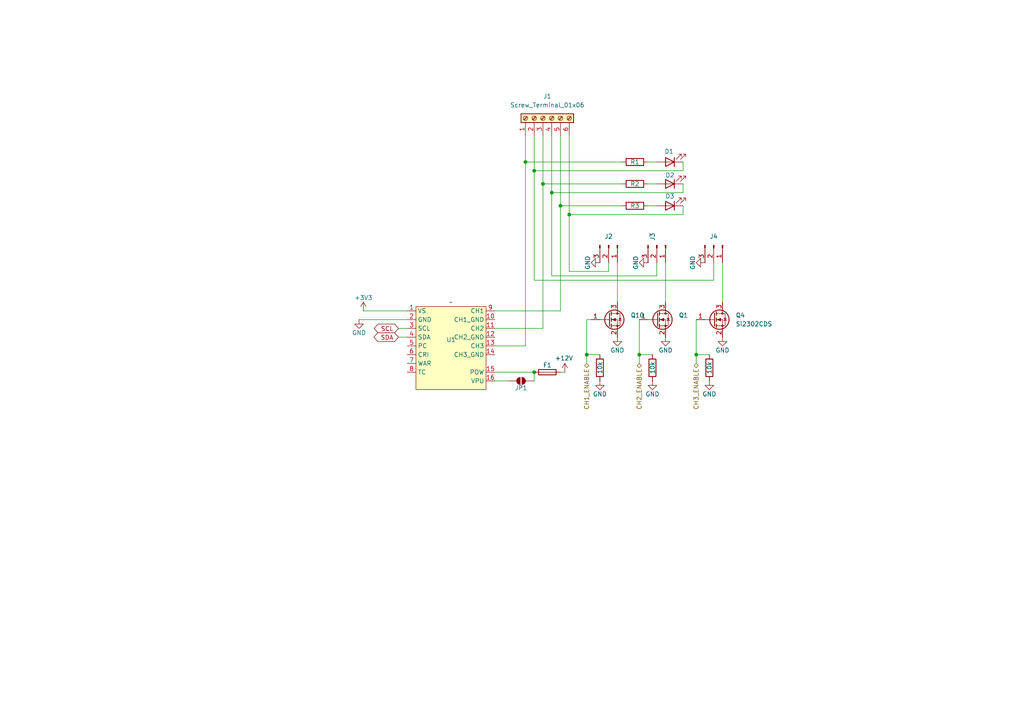
<source format=kicad_sch>
(kicad_sch (version 20250114) (generator "eeschema") (generator_version "9.0")
  (paper "A4")
  (lib_symbols
    (symbol "Connector:Conn_01x03_Pin" (pin_names (offset 1.016) (hide yes))
      (property "Reference" "J" (at 0 5.08 0))
      (property "Value" "Conn_01x03_Pin" (at 0 -5.08 0))
      (symbol "Conn_01x03_Pin_1_1"
        (rectangle (start 0.8636 2.667) (end 0 2.413) (stroke (width 0.1524)) (fill (type outline)))
        (rectangle (start 0.8636 0.127) (end 0 -0.127) (stroke (width 0.1524)) (fill (type outline)))
        (rectangle (start 0.8636 -2.413) (end 0 -2.667) (stroke (width 0.1524)) (fill (type outline)))
        (polyline (pts (xy 1.27 2.54) (xy 0.8636 2.54)) (stroke (width 0.1524)))
        (polyline (pts (xy 1.27 0) (xy 0.8636 0)) (stroke (width 0.1524)))
        (polyline (pts (xy 1.27 -2.54) (xy 0.8636 -2.54)) (stroke (width 0.1524)))
        (pin passive line (at 5.08 2.54 180) (length 3.81) (name "Pin_1") (number "1"))
        (pin passive line (at 5.08 0 180) (length 3.81) (name "Pin_2") (number "2"))
        (pin passive line (at 5.08 -2.54 180) (length 3.81) (name "Pin_3") (number "3"))
      )
    )
    (symbol "Connector:Screw_Terminal_01x06" (pin_names (offset 1.016) (hide yes))
      (property "Reference" "J" (at 0 7.62 0))
      (property "Value" "Screw_Terminal_01x06" (at 0 -10.16 0))
      (symbol "Screw_Terminal_01x06_1_1"
        (rectangle (start -1.27 6.35) (end 1.27 -8.89) (stroke (width 0.254)) (fill (type background)))
        (polyline (pts (xy -0.5334 5.4102) (xy 0.3302 4.572)) (stroke (width 0.1524)))
        (polyline (pts (xy -0.5334 2.8702) (xy 0.3302 2.032)) (stroke (width 0.1524)))
        (polyline (pts (xy -0.5334 0.3302) (xy 0.3302 -0.508)) (stroke (width 0.1524)))
        (polyline (pts (xy -0.5334 -2.2098) (xy 0.3302 -3.048)) (stroke (width 0.1524)))
        (polyline (pts (xy -0.5334 -4.7498) (xy 0.3302 -5.588)) (stroke (width 0.1524)))
        (polyline (pts (xy -0.5334 -7.2898) (xy 0.3302 -8.128)) (stroke (width 0.1524)))
        (polyline (pts (xy -0.3556 5.588) (xy 0.508 4.7498)) (stroke (width 0.1524)))
        (polyline (pts (xy -0.3556 3.048) (xy 0.508 2.2098)) (stroke (width 0.1524)))
        (polyline (pts (xy -0.3556 0.508) (xy 0.508 -0.3302)) (stroke (width 0.1524)))
        (polyline (pts (xy -0.3556 -2.032) (xy 0.508 -2.8702)) (stroke (width 0.1524)))
        (polyline (pts (xy -0.3556 -4.572) (xy 0.508 -5.4102)) (stroke (width 0.1524)))
        (polyline (pts (xy -0.3556 -7.112) (xy 0.508 -7.9502)) (stroke (width 0.1524)))
        (circle (center 0 5.08) (radius 0.635) (stroke (width 0.1524)))
        (circle (center 0 2.54) (radius 0.635) (stroke (width 0.1524)))
        (circle (center 0 0) (radius 0.635) (stroke (width 0.1524)))
        (circle (center 0 -2.54) (radius 0.635) (stroke (width 0.1524)))
        (circle (center 0 -5.08) (radius 0.635) (stroke (width 0.1524)))
        (circle (center 0 -7.62) (radius 0.635) (stroke (width 0.1524)))
        (pin passive line (at -5.08 5.08 0) (length 3.81) (name "Pin_1") (number "1"))
        (pin passive line (at -5.08 2.54 0) (length 3.81) (name "Pin_2") (number "2"))
        (pin passive line (at -5.08 0 0) (length 3.81) (name "Pin_3") (number "3"))
        (pin passive line (at -5.08 -2.54 0) (length 3.81) (name "Pin_4") (number "4"))
        (pin passive line (at -5.08 -5.08 0) (length 3.81) (name "Pin_5") (number "5"))
        (pin passive line (at -5.08 -7.62 0) (length 3.81) (name "Pin_6") (number "6"))
      )
    )
    (symbol "Device:Fuse" (pin_numbers (hide yes)) (pin_names (offset 0))
      (property "Reference" "F" (at 2.032 0 90))
      (property "Value" "Fuse" (at -1.905 0 90))
      (symbol "Fuse_0_1"
        (rectangle (start -0.762 -2.54) (end 0.762 2.54) (stroke (width 0.254)))
        (polyline (pts (xy 0 2.54) (xy 0 -2.54)))
      )
      (symbol "Fuse_1_1"
        (pin passive line (at 0 3.81 270) (length 1.27) (name "~") (number "1"))
        (pin passive line (at 0 -3.81 90) (length 1.27) (name "~") (number "2"))
      )
    )
    (symbol "Device:LED" (pin_numbers (hide yes)) (pin_names (offset 1.016) (hide yes))
      (property "Reference" "D" (at 0 2.54 0))
      (property "Value" "LED" (at 0 -2.54 0))
      (symbol "LED_0_1"
        (polyline (pts (xy -3.048 -0.762) (xy -4.572 -2.286) (xy -3.81 -2.286) (xy -4.572 -2.286) (xy -4.572 -1.524)))
        (polyline (pts (xy -1.778 -0.762) (xy -3.302 -2.286) (xy -2.54 -2.286) (xy -3.302 -2.286) (xy -3.302 -1.524)))
        (polyline (pts (xy -1.27 0) (xy 1.27 0)))
        (polyline (pts (xy -1.27 -1.27) (xy -1.27 1.27)) (stroke (width 0.254)))
        (polyline (pts (xy 1.27 -1.27) (xy 1.27 1.27) (xy -1.27 0) (xy 1.27 -1.27)) (stroke (width 0.254)))
      )
      (symbol "LED_1_1"
        (pin passive line (at -3.81 0 0) (length 2.54) (name "K") (number "1"))
        (pin passive line (at 3.81 0 180) (length 2.54) (name "A") (number "2"))
      )
    )
    (symbol "Device:R" (pin_numbers (hide yes)) (pin_names (offset 0))
      (property "Reference" "R" (at 2.032 0 90))
      (property "Value" "R" (at 0 0 90))
      (symbol "R_0_1"
        (rectangle (start -1.016 -2.54) (end 1.016 2.54) (stroke (width 0.254)))
      )
      (symbol "R_1_1"
        (pin passive line (at 0 3.81 270) (length 1.27) (name "~") (number "1"))
        (pin passive line (at 0 -3.81 90) (length 1.27) (name "~") (number "2"))
      )
    )
    (symbol "Jumper:SolderJumper_2_Open" (pin_numbers (hide yes)) (pin_names (offset 0) (hide yes)) (in_bom no)
      (property "Reference" "JP" (at 0 2.032 0))
      (property "Value" "SolderJumper_2_Open" (at 0 -2.54 0))
      (symbol "SolderJumper_2_Open_0_1"
        (polyline (pts (xy -0.254 1.016) (xy -0.254 -1.016)))
        (arc (start -0.254 -1.016) (mid -1.2656 0) (end -0.254 1.016))
        (arc (start -0.254 -1.016) (mid -1.2656 0) (end -0.254 1.016) (fill (type outline)))
        (arc (start 0.254 1.016) (mid 1.2656 0) (end 0.254 -1.016))
        (arc (start 0.254 1.016) (mid 1.2656 0) (end 0.254 -1.016) (fill (type outline)))
        (polyline (pts (xy 0.254 1.016) (xy 0.254 -1.016)))
      )
      (symbol "SolderJumper_2_Open_1_1"
        (pin passive line (at -3.81 0 0) (length 2.54) (name "A") (number "1"))
        (pin passive line (at 3.81 0 180) (length 2.54) (name "B") (number "2"))
      )
    )
    (symbol "Transistor_FET:BSS138" (pin_names (offset 0) (hide yes))
      (property "Reference" "Q" (at 5.08 1.905 0))
      (property "Value" "BSS138" (at 5.08 0 0))
      (symbol "BSS138_0_1"
        (polyline (pts (xy 0.254 1.905) (xy 0.254 -1.905)) (stroke (width 0.254)))
        (polyline (pts (xy 0.254 0) (xy -2.54 0)))
        (polyline (pts (xy 0.762 2.286) (xy 0.762 1.27)) (stroke (width 0.254)))
        (polyline (pts (xy 0.762 0.508) (xy 0.762 -0.508)) (stroke (width 0.254)))
        (polyline (pts (xy 0.762 -1.27) (xy 0.762 -2.286)) (stroke (width 0.254)))
        (polyline (pts (xy 0.762 -1.778) (xy 3.302 -1.778) (xy 3.302 1.778) (xy 0.762 1.778)))
        (polyline (pts (xy 1.016 0) (xy 2.032 0.381) (xy 2.032 -0.381) (xy 1.016 0)) (fill (type outline)))
        (circle (center 1.651 0) (radius 2.794) (stroke (width 0.254)))
        (polyline (pts (xy 2.54 2.54) (xy 2.54 1.778)))
        (circle (center 2.54 1.778) (radius 0.254) (fill (type outline)))
        (circle (center 2.54 -1.778) (radius 0.254) (fill (type outline)))
        (polyline (pts (xy 2.54 -2.54) (xy 2.54 0) (xy 0.762 0)))
        (polyline (pts (xy 2.921 0.381) (xy 3.683 0.381)))
        (polyline (pts (xy 3.302 0.381) (xy 2.921 -0.254) (xy 3.683 -0.254) (xy 3.302 0.381)))
      )
      (symbol "BSS138_1_1"
        (pin input line (at -5.08 0 0) (length 2.54) (name "G") (number "1"))
        (pin passive line (at 2.54 5.08 270) (length 2.54) (name "D") (number "3"))
        (pin passive line (at 2.54 -5.08 90) (length 2.54) (name "S") (number "2"))
      )
    )
    (symbol "custom_symbols:INA3221_Module"
      (property "Reference" "U1" (at 0 -4.064 0))
      (symbol "INA3221_Module_1_1"
        (rectangle (start -10.16 15.24) (end 10.16 -8.89) (fill (type background)))
        (pin input line (at -12.7 13.97 0) (length 2.54) (name "VS") (number "1"))
        (pin input line (at -12.7 11.43 0) (length 2.54) (name "GND") (number "2"))
        (pin bidirectional line (at -12.7 8.89 0) (length 2.54) (name "SCL") (number "3"))
        (pin bidirectional line (at -12.7 6.35 0) (length 2.54) (name "SDA") (number "4"))
        (pin output line (at -12.7 3.81 0) (length 2.54) (name "PC") (number "5"))
        (pin output line (at -12.7 1.27 0) (length 2.54) (name "CRI") (number "6"))
        (pin output line (at -12.7 -1.27 0) (length 2.54) (name "WAR") (number "7"))
        (pin output line (at -12.7 -3.81 0) (length 2.54) (name "TC") (number "8"))
        (pin output line (at 12.7 13.97 180) (length 2.54) (name "CH1") (number "9"))
        (pin output line (at 12.7 11.43 180) (length 2.54) (name "CH1_GND") (number "10"))
        (pin output line (at 12.7 8.89 180) (length 2.54) (name "CH2") (number "11"))
        (pin output line (at 12.7 6.35 180) (length 2.54) (name "CH2_GND") (number "12"))
        (pin output line (at 12.7 3.81 180) (length 2.54) (name "CH3") (number "13"))
        (pin output line (at 12.7 1.27 180) (length 2.54) (name "CH3_GND") (number "14"))
        (pin input line (at 12.7 -3.81 180) (length 2.54) (name "POW") (number "15"))
        (pin input line (at 12.7 -6.35 180) (length 2.54) (name "VPU") (number "16"))
      )
    )
    (symbol "power:+12V" (power) (pin_numbers (hide yes)) (pin_names (offset 0) (hide yes))
      (property "Value" "+12V" (at 0 3.556 0))
      (symbol "+12V_0_1"
        (polyline (pts (xy -0.762 1.27) (xy 0 2.54)))
        (polyline (pts (xy 0 2.54) (xy 0.762 1.27)))
        (polyline (pts (xy 0 0) (xy 0 2.54)))
      )
      (symbol "+12V_1_1"
        (pin power_in line (at 0 0 90) (length 0) (name "~") (number "1"))
      )
    )
    (symbol "power:+3V3" (power) (pin_numbers (hide yes)) (pin_names (offset 0) (hide yes))
      (property "Value" "+3V3" (at 0 3.556 0))
      (symbol "+3V3_0_1"
        (polyline (pts (xy -0.762 1.27) (xy 0 2.54)))
        (polyline (pts (xy 0 2.54) (xy 0.762 1.27)))
        (polyline (pts (xy 0 0) (xy 0 2.54)))
      )
      (symbol "+3V3_1_1"
        (pin power_in line (at 0 0 90) (length 0) (name "~") (number "1"))
      )
    )
    (symbol "power:GND" (power) (pin_numbers (hide yes)) (pin_names (offset 0) (hide yes))
      (property "Value" "GND" (at 0 -3.81 0))
      (symbol "GND_0_1"
        (polyline (pts (xy 0 0) (xy 0 -1.27) (xy 1.27 -1.27) (xy 0 -2.54) (xy -1.27 -1.27) (xy 0 -1.27)))
      )
      (symbol "GND_1_1"
        (pin power_in line (at 0 0 270) (length 0) (name "~") (number "1"))
      )
    )
  )
  (junction (at 154.94 49.53))
  (junction (at 152.4 46.99))
  (junction (at 170.18 102.87))
  (junction (at 157.48 53.34))
  (junction (at 162.56 59.69))
  (junction (at 160.02 55.88))
  (junction (at 201.93 102.87))
  (junction (at 165.1 62.23))
  (junction (at 185.42 102.87))
  (junction (at 154.94 107.95))
  (wire (pts (xy 190.5 76.2) (xy 190.5 80.01)))
  (wire (pts (xy 187.96 53.34) (xy 190.5 53.34)))
  (wire (pts (xy 190.5 80.01) (xy 160.02 80.01)))
  (wire (pts (xy 143.51 107.95) (xy 154.94 107.95)))
  (wire (pts (xy 115.57 95.25) (xy 118.11 95.25)))
  (wire (pts (xy 143.51 90.17) (xy 162.56 90.17)))
  (wire (pts (xy 185.42 92.71) (xy 185.42 102.87)))
  (wire (pts (xy 185.42 102.87) (xy 185.42 105.41)))
  (wire (pts (xy 193.04 76.2) (xy 193.04 87.63)))
  (wire (pts (xy 163.83 107.95) (xy 162.56 107.95)))
  (wire (pts (xy 170.18 92.71) (xy 171.45 92.71)))
  (wire (pts (xy 154.94 39.37) (xy 154.94 49.53)))
  (wire (pts (xy 201.93 92.71) (xy 201.93 102.87)))
  (wire (pts (xy 152.4 46.99) (xy 180.34 46.99)))
  (wire (pts (xy 201.93 102.87) (xy 205.74 102.87)))
  (wire (pts (xy 187.96 59.69) (xy 190.5 59.69)))
  (wire (pts (xy 198.12 46.99) (xy 198.12 49.53)))
  (wire (pts (xy 162.56 59.69) (xy 162.56 90.17)))
  (wire (pts (xy 165.1 62.23) (xy 165.1 78.74)))
  (wire (pts (xy 105.41 90.17) (xy 118.11 90.17)))
  (wire (pts (xy 143.51 95.25) (xy 157.48 95.25)))
  (wire (pts (xy 154.94 49.53) (xy 198.12 49.53)))
  (wire (pts (xy 185.42 102.87) (xy 189.23 102.87)))
  (wire (pts (xy 152.4 100.33) (xy 143.51 100.33)))
  (wire (pts (xy 179.07 76.2) (xy 179.07 87.63)))
  (wire (pts (xy 160.02 55.88) (xy 160.02 39.37)))
  (wire (pts (xy 152.4 46.99) (xy 152.4 100.33)))
  (wire (pts (xy 187.96 46.99) (xy 190.5 46.99)))
  (wire (pts (xy 162.56 39.37) (xy 162.56 59.69)))
  (wire (pts (xy 162.56 59.69) (xy 180.34 59.69)))
  (wire (pts (xy 207.01 81.28) (xy 154.94 81.28)))
  (wire (pts (xy 157.48 53.34) (xy 180.34 53.34)))
  (wire (pts (xy 198.12 62.23) (xy 165.1 62.23)))
  (wire (pts (xy 198.12 55.88) (xy 160.02 55.88)))
  (wire (pts (xy 157.48 39.37) (xy 157.48 53.34)))
  (wire (pts (xy 154.94 49.53) (xy 154.94 81.28)))
  (wire (pts (xy 160.02 80.01) (xy 160.02 55.88)))
  (wire (pts (xy 198.12 53.34) (xy 198.12 55.88)))
  (wire (pts (xy 143.51 110.49) (xy 147.32 110.49)))
  (wire (pts (xy 176.53 78.74) (xy 165.1 78.74)))
  (wire (pts (xy 170.18 102.87) (xy 173.99 102.87)))
  (wire (pts (xy 176.53 76.2) (xy 176.53 78.74)))
  (wire (pts (xy 115.57 97.79) (xy 118.11 97.79)))
  (wire (pts (xy 157.48 53.34) (xy 157.48 95.25)))
  (wire (pts (xy 201.93 102.87) (xy 201.93 105.41)))
  (wire (pts (xy 207.01 76.2) (xy 207.01 81.28)))
  (wire (pts (xy 165.1 39.37) (xy 165.1 62.23)))
  (wire (pts (xy 152.4 39.37) (xy 152.4 46.99)))
  (wire (pts (xy 198.12 59.69) (xy 198.12 62.23)))
  (wire (pts (xy 154.94 110.49) (xy 154.94 107.95)))
  (wire (pts (xy 170.18 102.87) (xy 170.18 92.71)))
  (wire (pts (xy 209.55 76.2) (xy 209.55 87.63)))
  (wire (pts (xy 170.18 102.87) (xy 170.18 105.41)))
  (wire (pts (xy 104.14 92.71) (xy 118.11 92.71)))
  (global_label "SCL" (shape bidirectional) (at 115.57 95.25 180) (property "Intersheetrefs" "${INTERSHEET_REFS}" (effects (hide yes))))
  (global_label "SDA" (shape bidirectional) (at 115.57 97.79 180) (property "Intersheetrefs" "${INTERSHEET_REFS}" (effects (hide yes))))
  (hierarchical_label "CH3_ENABLE" (shape bidirectional) (at 201.93 105.41 270))
  (hierarchical_label "CH2_ENABLE" (shape bidirectional) (at 185.42 105.41 270))
  (hierarchical_label "CH1_ENABLE" (shape bidirectional) (at 170.18 105.41 270))
  (symbol (lib_id "power:GND") (at 173.99 76.2 270) (unit 1)
    (property "Reference" "#PWR08" (effects (hide yes)))
    (property "Value" "GND" (at 170.434 76.2 0))
    (property "Description" "Power symbol creates a global label with name \"GND\" , ground" (effects (hide yes)))
    (instances (project "PowerMon" (path "" (reference "#PWR08") (unit 1)) (path "" (reference "#PWR022") (unit 1)) (path "" (reference "#PWR013") (unit 1))))
  )
  (symbol (lib_id "power:GND") (at 179.07 97.79 0) (unit 1)
    (property "Reference" "#PWR04" (effects (hide yes)))
    (property "Value" "GND" (at 179.07 101.6 0))
    (property "Description" "Power symbol creates a global label with name \"GND\" , ground" (effects (hide yes)))
    (instances (project "PowerMon" (path "" (reference "#PWR04") (unit 1)) (path "" (reference "#PWR023") (unit 1)) (path "" (reference "#PWR014") (unit 1))))
  )
  (symbol (lib_id "custom_symbols:INA3221_Module") (at 130.81 104.14 0) (unit 1)
    (property "Reference" "U1" (at 130.81 98.552 0))
    (property "Value" "~" (at 130.81 87.63 0))
    (property "Footprint" "custom_footprints:INA3221_Module" (effects (hide yes)))
    (instances (project "PowerMon" (path "" (reference "U1") (unit 1)) (path "" (reference "U3") (unit 1)) (path "" (reference "U2") (unit 1))))
  )
  (symbol (lib_id "power:GND") (at 187.96 76.2 270) (unit 1)
    (property "Reference" "#PWR09" (effects (hide yes)))
    (property "Value" "GND" (at 184.404 76.2 0))
    (property "Description" "Power symbol creates a global label with name \"GND\" , ground" (effects (hide yes)))
    (instances (project "PowerMon" (path "" (reference "#PWR09") (unit 1)) (path "" (reference "#PWR024") (unit 1)) (path "" (reference "#PWR015") (unit 1))))
  )
  (symbol (lib_id "Device:R") (at 184.15 59.69 90) (unit 1)
    (property "Reference" "R3" (at 184.15 59.69 90))
    (property "Value" "R" (effects (hide yes)))
    (property "Footprint" "Resistor_SMD:R_0805_2012Metric_Pad1.20x1.40mm_HandSolder" (effects (hide yes)))
    (property "Description" "Resistor" (effects (hide yes)))
    (instances (project "PowerMon" (path "" (reference "R3") (unit 1)) (path "" (reference "R9") (unit 1)) (path "" (reference "R6") (unit 1))))
  )
  (symbol (lib_id "power:+12V") (at 163.83 107.95 0) (unit 1)
    (property "Reference" "#PWR0101" (effects (hide yes)))
    (property "Value" "+12V" (at 163.576 103.886 0))
    (property "Description" "Power symbol creates a global label with name \"+12V\"" (effects (hide yes)))
    (instances (project "PowerMon" (path "" (reference "#PWR0101") (unit 1)) (path "" (reference "#PWR0103") (unit 1)) (path "" (reference "#PWR0102") (unit 1))))
  )
  (symbol (lib_id "power:GND") (at 209.55 97.79 0) (unit 1)
    (property "Reference" "#PWR06" (effects (hide yes)))
    (property "Value" "GND" (at 209.55 101.6 0))
    (property "Description" "Power symbol creates a global label with name \"GND\" , ground" (effects (hide yes)))
    (instances (project "PowerMon" (path "" (reference "#PWR06") (unit 1)) (path "" (reference "#PWR027") (unit 1)) (path "" (reference "#PWR018") (unit 1))))
  )
  (symbol (lib_id "Device:R") (at 173.99 106.68 180) (unit 1)
    (property "Reference" "R13" (effects (hide yes)))
    (property "Value" "10k" (at 173.99 106.68 90))
    (property "Footprint" "Resistor_SMD:R_0805_2012Metric_Pad1.20x1.40mm_HandSolder" (effects (hide yes)))
    (property "Description" "Resistor" (effects (hide yes)))
    (instances (project "PowerMon" (path "" (reference "R13") (unit 1)) (path "" (reference "R15") (unit 1)) (path "" (reference "R14") (unit 1))))
  )
  (symbol (lib_id "Device:LED") (at 194.31 59.69 180) (unit 1)
    (property "Reference" "D3" (at 194.31 56.896 0))
    (property "Value" "LED" (effects (hide yes)))
    (property "Footprint" "LED_THT:LED_D3.0mm" (effects (hide yes)))
    (property "Description" "Light emitting diode" (effects (hide yes)))
    (property "Sim.Pins" "1=K 2=A" (effects (hide yes)))
    (instances (project "PowerMon" (path "" (reference "D3") (unit 1)) (path "" (reference "D9") (unit 1)) (path "" (reference "D6") (unit 1))))
  )
  (symbol (lib_id "Transistor_FET:BSS138") (at 176.53 92.71 0) (unit 1)
    (property "Reference" "Q10" (at 182.88 91.4399 0) (effects (justify left)))
    (property "Value" "Si2302CDS" (effects (hide yes)))
    (property "Footprint" "Package_TO_SOT_SMD:SOT-23" (effects (hide yes)))
    (property "Datasheet" "https://www.onsemi.com/pub/Collateral/BSS138-D.PDF" (effects (hide yes)))
    (property "Description" "50V Vds, 0.22A Id, N-Channel MOSFET, SOT-23" (effects (hide yes)))
    (instances (project "PowerMon" (path "" (reference "Q10") (unit 1)) (path "" (reference "Q12") (unit 1)) (path "" (reference "Q11") (unit 1))))
  )
  (symbol (lib_id "Transistor_FET:BSS138") (at 207.01 92.71 0) (unit 1)
    (property "Reference" "Q4" (at 213.36 91.4399 0) (effects (justify left)))
    (property "Value" "Si2302CDS" (at 213.36 93.9799 0) (effects (justify left)))
    (property "Footprint" "Package_TO_SOT_SMD:SOT-23" (effects (hide yes)))
    (property "Datasheet" "https://www.onsemi.com/pub/Collateral/BSS138-D.PDF" (effects (hide yes)))
    (property "Description" "50V Vds, 0.22A Id, N-Channel MOSFET, SOT-23" (effects (hide yes)))
    (instances (project "PowerMon" (path "" (reference "Q4") (unit 1)) (path "" (reference "Q6") (unit 1)) (path "" (reference "Q5") (unit 1))))
  )
  (symbol (lib_id "power:GND") (at 173.99 110.49 0) (unit 1)
    (property "Reference" "#PWR044" (effects (hide yes)))
    (property "Value" "GND" (at 173.99 114.3 0))
    (property "Description" "Power symbol creates a global label with name \"GND\" , ground" (effects (hide yes)))
    (instances (project "PowerMon" (path "" (reference "#PWR044") (unit 1)) (path "" (reference "#PWR046") (unit 1)) (path "" (reference "#PWR045") (unit 1))))
  )
  (symbol (lib_id "Device:Fuse") (at 158.75 107.95 90) (unit 1)
    (property "Reference" "F1" (at 158.75 105.918 90))
    (property "Value" "Fuse" (effects (hide yes)))
    (property "Footprint" "custom_footprints:Fuse Holder 15mm pin distance 5x20" (effects (hide yes)))
    (property "Description" "Fuse" (effects (hide yes)))
    (instances (project "PowerMon" (path "" (reference "F1") (unit 1)) (path "" (reference "F3") (unit 1)) (path "" (reference "F2") (unit 1))))
  )
  (symbol (lib_id "power:GND") (at 189.23 110.49 0) (unit 1)
    (property "Reference" "#PWR048" (effects (hide yes)))
    (property "Value" "GND" (at 189.23 114.3 0))
    (property "Description" "Power symbol creates a global label with name \"GND\" , ground" (effects (hide yes)))
    (instances (project "PowerMon" (path "" (reference "#PWR048") (unit 1)) (path "" (reference "#PWR050") (unit 1)) (path "" (reference "#PWR049") (unit 1))))
  )
  (symbol (lib_id "Device:R") (at 184.15 46.99 90) (unit 1)
    (property "Reference" "R1" (at 184.15 46.99 90))
    (property "Value" "R" (effects (hide yes)))
    (property "Footprint" "Resistor_SMD:R_0805_2012Metric_Pad1.20x1.40mm_HandSolder" (effects (hide yes)))
    (property "Description" "Resistor" (effects (hide yes)))
    (instances (project "PowerMon" (path "" (reference "R1") (unit 1)) (path "" (reference "R7") (unit 1)) (path "" (reference "R4") (unit 1))))
  )
  (symbol (lib_id "Connector:Conn_01x03_Pin") (at 190.5 71.12 270) (unit 1)
    (property "Reference" "J3" (at 189.2299 69.85 0) (effects (justify right)))
    (property "Value" "Conn_01x03_Pin" (effects (hide yes)))
    (property "Footprint" "Connector_PinHeader_2.54mm:PinHeader_1x03_P2.54mm_Vertical" (effects (hide yes)))
    (property "Description" "Generic connector, single row, 01x03, script generated" (effects (hide yes)))
    (instances (project "PowerMon" (path "" (reference "J3") (unit 1)) (path "" (reference "J11") (unit 1)) (path "" (reference "J7") (unit 1))))
  )
  (symbol (lib_id "Device:LED") (at 194.31 53.34 180) (unit 1)
    (property "Reference" "D2" (at 194.31 50.8 0))
    (property "Value" "LED" (effects (hide yes)))
    (property "Footprint" "LED_THT:LED_D3.0mm" (effects (hide yes)))
    (property "Description" "Light emitting diode" (effects (hide yes)))
    (property "Sim.Pins" "1=K 2=A" (effects (hide yes)))
    (instances (project "PowerMon" (path "" (reference "D2") (unit 1)) (path "" (reference "D8") (unit 1)) (path "" (reference "D5") (unit 1))))
  )
  (symbol (lib_id "Transistor_FET:BSS138") (at 190.5 92.71 0) (unit 1)
    (property "Reference" "Q1" (at 196.85 91.4399 0) (effects (justify left)))
    (property "Value" "Si2302CDS" (effects (hide yes)))
    (property "Footprint" "Package_TO_SOT_SMD:SOT-23" (effects (hide yes)))
    (property "Datasheet" "https://www.onsemi.com/pub/Collateral/BSS138-D.PDF" (effects (hide yes)))
    (property "Description" "50V Vds, 0.22A Id, N-Channel MOSFET, SOT-23" (effects (hide yes)))
    (instances (project "PowerMon" (path "" (reference "Q1") (unit 1)) (path "" (reference "Q3") (unit 1)) (path "" (reference "Q2") (unit 1))))
  )
  (symbol (lib_id "Jumper:SolderJumper_2_Open") (at 151.13 110.49 0) (unit 1) (in_bom no)
    (property "Reference" "JP1" (at 151.13 112.522 0))
    (property "Value" "SolderJumper_2_Open" (effects (hide yes)))
    (property "Footprint" "Jumper:SolderJumper-2_P1.3mm_Open_RoundedPad1.0x1.5mm" (effects (hide yes)))
    (property "Description" "Solder Jumper, 2-pole, open" (effects (hide yes)))
    (instances (project "PowerMon" (path "" (reference "JP1") (unit 1)) (path "" (reference "JP3") (unit 1)) (path "" (reference "JP2") (unit 1))))
  )
  (symbol (lib_id "Connector:Conn_01x03_Pin") (at 176.53 71.12 270) (unit 1)
    (property "Reference" "J2" (at 176.53 68.58 90))
    (property "Value" "Conn_01x03_Pin" (effects (hide yes)))
    (property "Footprint" "Connector_PinHeader_2.54mm:PinHeader_1x03_P2.54mm_Vertical" (effects (hide yes)))
    (property "Description" "Generic connector, single row, 01x03, script generated" (effects (hide yes)))
    (instances (project "PowerMon" (path "" (reference "J2") (unit 1)) (path "" (reference "J10") (unit 1)) (path "" (reference "J6") (unit 1))))
  )
  (symbol (lib_id "Device:R") (at 189.23 106.68 180) (unit 1)
    (property "Reference" "R18" (effects (hide yes)))
    (property "Value" "10k" (at 189.23 106.68 90))
    (property "Footprint" "Resistor_SMD:R_0805_2012Metric_Pad1.20x1.40mm_HandSolder" (effects (hide yes)))
    (property "Description" "Resistor" (effects (hide yes)))
    (instances (project "PowerMon" (path "" (reference "R18") (unit 1)) (path "" (reference "R21") (unit 1)) (path "" (reference "R19") (unit 1))))
  )
  (symbol (lib_id "power:+3V3") (at 105.41 90.17 0) (unit 1)
    (property "Reference" "#PWR01" (effects (hide yes)))
    (property "Value" "+3V3" (at 105.41 86.36 0))
    (property "Description" "Power symbol creates a global label with name \"+3V3\"" (effects (hide yes)))
    (instances (project "PowerMon" (path "" (reference "#PWR01") (unit 1)) (path "" (reference "#PWR019") (unit 1)) (path "" (reference "#PWR03") (unit 1))))
  )
  (symbol (lib_id "power:GND") (at 205.74 110.49 0) (unit 1)
    (property "Reference" "#PWR052" (effects (hide yes)))
    (property "Value" "GND" (at 205.74 114.3 0))
    (property "Description" "Power symbol creates a global label with name \"GND\" , ground" (effects (hide yes)))
    (instances (project "PowerMon" (path "" (reference "#PWR052") (unit 1)) (path "" (reference "#PWR054") (unit 1)) (path "" (reference "#PWR053") (unit 1))))
  )
  (symbol (lib_id "Connector:Conn_01x03_Pin") (at 207.01 71.12 270) (unit 1)
    (property "Reference" "J4" (at 207.01 68.58 90))
    (property "Value" "Conn_01x03_Pin" (effects (hide yes)))
    (property "Footprint" "Connector_PinHeader_2.54mm:PinHeader_1x03_P2.54mm_Vertical" (effects (hide yes)))
    (property "Description" "Generic connector, single row, 01x03, script generated" (effects (hide yes)))
    (instances (project "PowerMon" (path "" (reference "J4") (unit 1)) (path "" (reference "J12") (unit 1)) (path "" (reference "J8") (unit 1))))
  )
  (symbol (lib_id "Device:R") (at 205.74 106.68 180) (unit 1)
    (property "Reference" "R23" (effects (hide yes)))
    (property "Value" "10k" (at 205.74 106.68 90))
    (property "Footprint" "Resistor_SMD:R_0805_2012Metric_Pad1.20x1.40mm_HandSolder" (effects (hide yes)))
    (property "Description" "Resistor" (effects (hide yes)))
    (instances (project "PowerMon" (path "" (reference "R23") (unit 1)) (path "" (reference "R25") (unit 1)) (path "" (reference "R24") (unit 1))))
  )
  (symbol (lib_id "Connector:Screw_Terminal_01x06") (at 157.48 34.29 90) (unit 1)
    (property "Reference" "J1" (at 158.75 27.94 90))
    (property "Value" "Screw_Terminal_01x06" (at 158.75 30.48 90))
    (property "Footprint" "TerminalBlock_Phoenix:TerminalBlock_Phoenix_MKDS-3-6-5.08_1x06_P5.08mm_Horizontal" (effects (hide yes)))
    (property "Description" "Generic screw terminal, single row, 01x06, script generated (kicad-library-utils/schlib/autogen/connector/)" (effects (hide yes)))
    (instances (project "PowerMon" (path "" (reference "J1") (unit 1)) (path "" (reference "J9") (unit 1)) (path "" (reference "J5") (unit 1))))
  )
  (symbol (lib_id "Device:R") (at 184.15 53.34 90) (unit 1)
    (property "Reference" "R2" (at 184.15 53.34 90))
    (property "Value" "R" (effects (hide yes)))
    (property "Footprint" "Resistor_SMD:R_0805_2012Metric_Pad1.20x1.40mm_HandSolder" (effects (hide yes)))
    (property "Description" "Resistor" (effects (hide yes)))
    (instances (project "PowerMon" (path "" (reference "R2") (unit 1)) (path "" (reference "R8") (unit 1)) (path "" (reference "R5") (unit 1))))
  )
  (symbol (lib_id "power:GND") (at 193.04 97.79 0) (unit 1)
    (property "Reference" "#PWR05" (effects (hide yes)))
    (property "Value" "GND" (at 193.04 101.6 0))
    (property "Description" "Power symbol creates a global label with name \"GND\" , ground" (effects (hide yes)))
    (instances (project "PowerMon" (path "" (reference "#PWR05") (unit 1)) (path "" (reference "#PWR025") (unit 1)) (path "" (reference "#PWR016") (unit 1))))
  )
  (symbol (lib_id "power:GND") (at 104.14 92.71 0) (unit 1)
    (property "Reference" "#PWR02" (effects (hide yes)))
    (property "Value" "GND" (at 104.14 96.52 0))
    (property "Description" "Power symbol creates a global label with name \"GND\" , ground" (effects (hide yes)))
    (instances (project "PowerMon" (path "" (reference "#PWR02") (unit 1)) (path "" (reference "#PWR020") (unit 1)) (path "" (reference "#PWR011") (unit 1))))
  )
  (symbol (lib_id "Device:LED") (at 194.31 46.99 180) (unit 1)
    (property "Reference" "D1" (at 194.056 43.942 0))
    (property "Value" "LED" (effects (hide yes)))
    (property "Footprint" "LED_THT:LED_D3.0mm" (effects (hide yes)))
    (property "Description" "Light emitting diode" (effects (hide yes)))
    (property "Sim.Pins" "1=K 2=A" (effects (hide yes)))
    (instances (project "PowerMon" (path "" (reference "D1") (unit 1)) (path "" (reference "D7") (unit 1)) (path "" (reference "D4") (unit 1))))
  )
  (symbol (lib_id "power:GND") (at 204.47 76.2 270) (unit 1)
    (property "Reference" "#PWR010" (effects (hide yes)))
    (property "Value" "GND" (at 200.914 76.2 0))
    (property "Description" "Power symbol creates a global label with name \"GND\" , ground" (effects (hide yes)))
    (instances (project "PowerMon" (path "" (reference "#PWR010") (unit 1)) (path "" (reference "#PWR026") (unit 1)) (path "" (reference "#PWR017") (unit 1))))
  )
)
</source>
